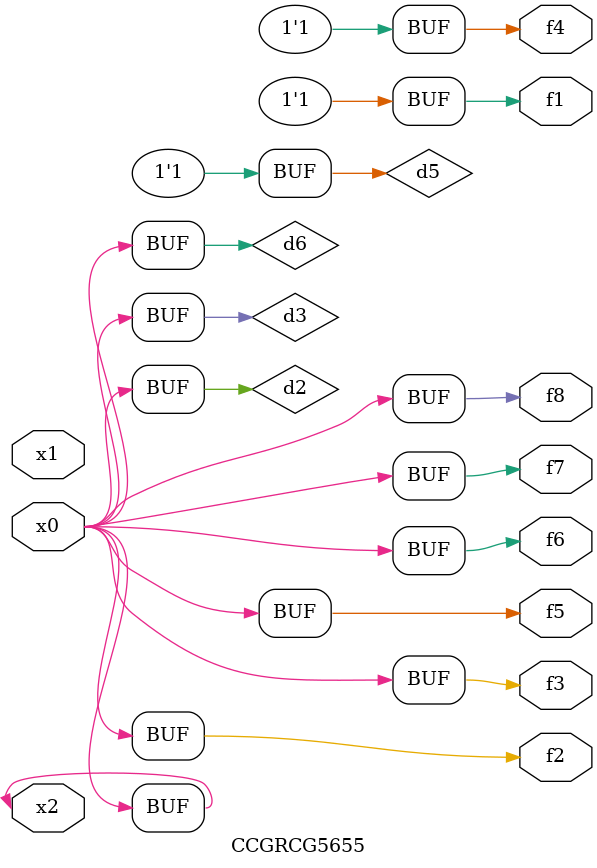
<source format=v>
module CCGRCG5655(
	input x0, x1, x2,
	output f1, f2, f3, f4, f5, f6, f7, f8
);

	wire d1, d2, d3, d4, d5, d6;

	xnor (d1, x2);
	buf (d2, x0, x2);
	and (d3, x0);
	xnor (d4, x1, x2);
	nand (d5, d1, d3);
	buf (d6, d2, d3);
	assign f1 = d5;
	assign f2 = d6;
	assign f3 = d6;
	assign f4 = d5;
	assign f5 = d6;
	assign f6 = d6;
	assign f7 = d6;
	assign f8 = d6;
endmodule

</source>
